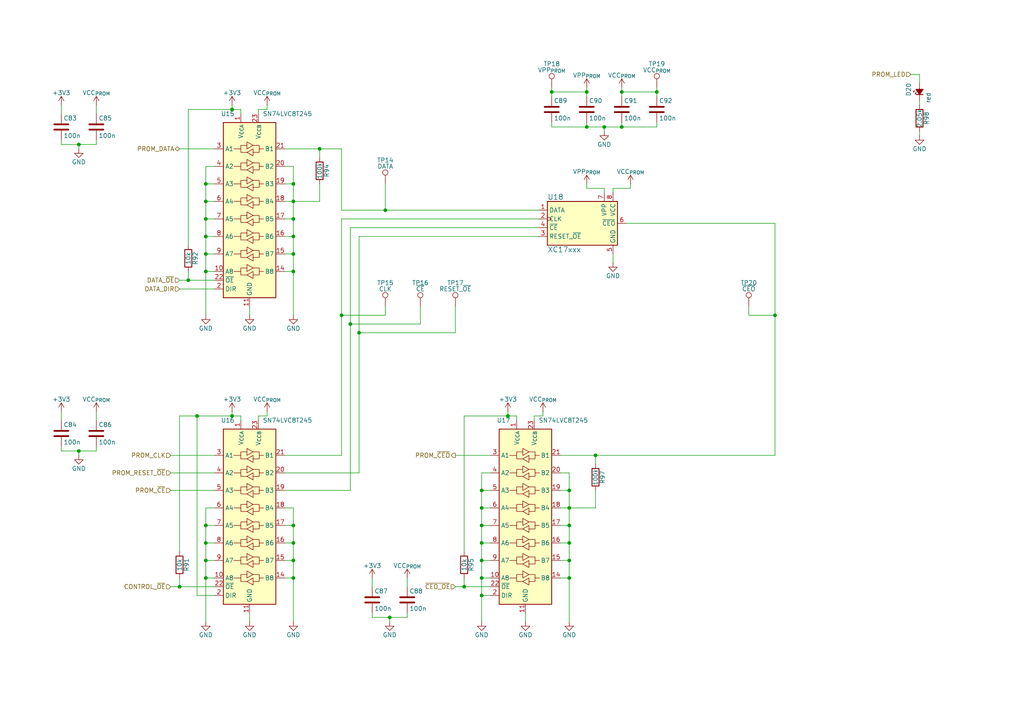
<source format=kicad_sch>
(kicad_sch (version 20231120) (generator "eeschema") (generator_version "8.0")
  (paper "A4")
  (title_block (title "XC17xxx PROM Programmer") (date "2025-01-29") (rev "3") (company "CC-BY-SA-4.0 Michael Singer") (comment 1 "https://github.com/msinger/xc17_prom_prog/") (comment 2 "http://iceboy.a-singer.de/"))
  (lib_symbols
    (symbol "Connector:TestPoint" (pin_numbers hide) (pin_names (offset 0.762) hide)
      (property "Reference" "TP" (at 0 6.858 0))
      (property "Value" "TestPoint" (at 0 5.08 0))
      (symbol "TestPoint_1_1"
        (pin passive line (at 0 0 90) (length 2.54) (name "1") (number "1"))
      )
    )
    (symbol "Device:C" (pin_numbers hide) (pin_names (offset 0.254))
      (property "Reference" "C" (at 0.635 2.54 0))
      (property "Value" "C" (at 0.635 -2.54 0))
      (symbol "C_1_1"
        (pin passive line (at 0 3.81 270) (length 2.794) (name "~") (number "1"))
        (pin passive line (at 0 -3.81 90) (length 2.794) (name "~") (number "2"))
      )
    )
    (symbol "Device:LED_Small_Filled" (pin_numbers hide) (pin_names (offset 0.254) hide)
      (property "Reference" "D" (at -1.27 3.175 0))
      (property "Value" "LED_Small_Filled" (at -4.445 -2.54 0))
      (symbol "LED_Small_Filled_1_1"
        (pin passive line (at -2.54 0 0) (length 1.778) (name "K") (number "1"))
        (pin passive line (at 2.54 0 180) (length 1.778) (name "A") (number "2"))
      )
    )
    (symbol "Device:R" (pin_numbers hide) (pin_names (offset 0))
      (property "Reference" "R" (at 2.032 0 90))
      (property "Value" "R" (at 0 0 90))
      (symbol "R_1_1"
        (pin passive line (at 0 3.81 270) (length 1.27) (name "~") (number "1"))
        (pin passive line (at 0 -3.81 90) (length 1.27) (name "~") (number "2"))
      )
    )
    (symbol "Logic_LevelTranslator:SN74LVC8T245"
      (property "Reference" "U15" (at -6.35 27.94 0))
      (property "Value" "SN74LVC8T245" (at 3.81 27.94 0))
      (symbol "SN74LVC8T245_1_1"
        (pin power_in line (at -2.54 27.94 270) (length 2.54) (name "V_{CCA}") (number "1"))
        (pin passive line (at -10.16 -17.78 0) (length 2.54) (name "A8") (number "10"))
        (pin power_in line (at 0 -27.94 90) (length 2.54) (name "GND") (number "11"))
        (pin passive line (at 0 -27.94 90) (length 2.54) hide (name "GND") (number "12"))
        (pin passive line (at 0 -27.94 90) (length 2.54) hide (name "GND") (number "13"))
        (pin passive line (at 10.16 -17.78 180) (length 2.54) (name "B8") (number "14"))
        (pin passive line (at 10.16 -12.7 180) (length 2.54) (name "B7") (number "15"))
        (pin passive line (at 10.16 -7.62 180) (length 2.54) (name "B6") (number "16"))
        (pin passive line (at 10.16 -2.54 180) (length 2.54) (name "B5") (number "17"))
        (pin passive line (at 10.16 2.54 180) (length 2.54) (name "B4") (number "18"))
        (pin passive line (at 10.16 7.62 180) (length 2.54) (name "B3") (number "19"))
        (pin input line (at -10.16 -22.86 0) (length 2.54) (name "DIR") (number "2"))
        (pin passive line (at 10.16 12.7 180) (length 2.54) (name "B2") (number "20"))
        (pin bidirectional line (at 10.16 17.78 180) (length 2.54) (name "B1") (number "21"))
        (pin input line (at -10.16 -20.32 0) (length 2.54) (name "~{OE}") (number "22"))
        (pin power_in line (at 2.54 27.94 270) (length 2.54) (name "V_{CCB}") (number "23"))
        (pin passive line (at 2.54 27.94 270) (length 2.54) hide (name "V_{CCB}") (number "24"))
        (pin bidirectional line (at -10.16 17.78 0) (length 2.54) (name "A1") (number "3"))
        (pin passive line (at -10.16 12.7 0) (length 2.54) (name "A2") (number "4"))
        (pin passive line (at -10.16 7.62 0) (length 2.54) (name "A3") (number "5"))
        (pin passive line (at -10.16 2.54 0) (length 2.54) (name "A4") (number "6"))
        (pin passive line (at -10.16 -2.54 0) (length 2.54) (name "A5") (number "7"))
        (pin passive line (at -10.16 -7.62 0) (length 2.54) (name "A6") (number "8"))
        (pin passive line (at -10.16 -12.7 0) (length 2.54) (name "A7") (number "9"))
      )
    )
    (symbol "Memory_ROM_XC17S00:XC17S00-DIP"
      (property "Reference" "U" (at -10.16 7.62 0))
      (property "Value" "XC17S00-DIP" (at -10.16 -7.62 0))
      (symbol "XC17S00-DIP_1_1"
        (pin bidirectional line (at -12.7 3.81 0) (length 2.54) (name "DATA") (number "1"))
        (pin input clock (at -12.7 1.27 0) (length 2.54) (name "CLK") (number "2"))
        (pin input line (at -12.7 -3.81 0) (length 2.54) (name "RESET_~{OE}") (number "3"))
        (pin input line (at -12.7 -1.27 0) (length 2.54) (name "~{CE}") (number "4"))
        (pin power_in line (at 8.89 -8.89 90) (length 2.54) (name "GND") (number "5"))
        (pin output line (at 12.7 0 180) (length 2.54) (name "~{CEO}") (number "6"))
        (pin power_in line (at 6.35 8.89 270) (length 2.54) (name "VPP") (number "7"))
        (pin power_in line (at 8.89 8.89 270) (length 2.54) (name "VCC") (number "8"))
      )
    )
    (symbol "SN74LVC8T245_1"
      (property "Reference" "U13" (at -6.35 27.94 0))
      (property "Value" "SN74LVC8T245" (at 3.81 27.94 0))
      (symbol "SN74LVC8T245_1_1_1"
        (pin power_in line (at -2.54 27.94 270) (length 2.54) (name "V_{CCA}") (number "1"))
        (pin passive line (at -10.16 -17.78 0) (length 2.54) (name "A8") (number "10"))
        (pin power_in line (at 0 -27.94 90) (length 2.54) (name "GND") (number "11"))
        (pin passive line (at 0 -27.94 90) (length 2.54) hide (name "GND") (number "12"))
        (pin passive line (at 0 -27.94 90) (length 2.54) hide (name "GND") (number "13"))
        (pin passive line (at 10.16 -17.78 180) (length 2.54) (name "B8") (number "14"))
        (pin passive line (at 10.16 -12.7 180) (length 2.54) (name "B7") (number "15"))
        (pin passive line (at 10.16 -7.62 180) (length 2.54) (name "B6") (number "16"))
        (pin passive line (at 10.16 -2.54 180) (length 2.54) (name "B5") (number "17"))
        (pin passive line (at 10.16 2.54 180) (length 2.54) (name "B4") (number "18"))
        (pin passive line (at 10.16 7.62 180) (length 2.54) (name "B3") (number "19"))
        (pin input line (at -10.16 -22.86 0) (length 2.54) (name "DIR") (number "2"))
        (pin passive line (at 10.16 12.7 180) (length 2.54) (name "B2") (number "20"))
        (pin bidirectional line (at 10.16 17.78 180) (length 2.54) (name "B1") (number "21"))
        (pin input line (at -10.16 -20.32 0) (length 2.54) (name "~{OE}") (number "22"))
        (pin power_in line (at 2.54 27.94 270) (length 2.54) (name "V_{CCB}") (number "23"))
        (pin passive line (at 2.54 27.94 270) (length 2.54) hide (name "V_{CCB}") (number "24"))
        (pin bidirectional line (at -10.16 17.78 0) (length 2.54) (name "A1") (number "3"))
        (pin passive line (at -10.16 12.7 0) (length 2.54) (name "A2") (number "4"))
        (pin passive line (at -10.16 7.62 0) (length 2.54) (name "A3") (number "5"))
        (pin passive line (at -10.16 2.54 0) (length 2.54) (name "A4") (number "6"))
        (pin passive line (at -10.16 -2.54 0) (length 2.54) (name "A5") (number "7"))
        (pin passive line (at -10.16 -7.62 0) (length 2.54) (name "A6") (number "8"))
        (pin passive line (at -10.16 -12.7 0) (length 2.54) (name "A7") (number "9"))
      )
    )
    (symbol "SN74LVC8T245_2"
      (property "Reference" "U14" (at -6.35 27.94 0))
      (property "Value" "SN74LVC8T245" (at 3.81 27.94 0))
      (symbol "SN74LVC8T245_2_1_1"
        (pin power_in line (at -2.54 27.94 270) (length 2.54) (name "V_{CCA}") (number "1"))
        (pin passive line (at -10.16 -17.78 0) (length 2.54) (name "A8") (number "10"))
        (pin power_in line (at 0 -27.94 90) (length 2.54) (name "GND") (number "11"))
        (pin passive line (at 0 -27.94 90) (length 2.54) hide (name "GND") (number "12"))
        (pin passive line (at 0 -27.94 90) (length 2.54) hide (name "GND") (number "13"))
        (pin passive line (at 10.16 -17.78 180) (length 2.54) (name "B8") (number "14"))
        (pin passive line (at 10.16 -12.7 180) (length 2.54) (name "B7") (number "15"))
        (pin passive line (at 10.16 -7.62 180) (length 2.54) (name "B6") (number "16"))
        (pin passive line (at 10.16 -2.54 180) (length 2.54) (name "B5") (number "17"))
        (pin passive line (at 10.16 2.54 180) (length 2.54) (name "B4") (number "18"))
        (pin bidirectional line (at 10.16 7.62 180) (length 2.54) (name "B3") (number "19"))
        (pin input line (at -10.16 -22.86 0) (length 2.54) (name "DIR") (number "2"))
        (pin bidirectional line (at 10.16 12.7 180) (length 2.54) (name "B2") (number "20"))
        (pin bidirectional line (at 10.16 17.78 180) (length 2.54) (name "B1") (number "21"))
        (pin input line (at -10.16 -20.32 0) (length 2.54) (name "~{OE}") (number "22"))
        (pin power_in line (at 2.54 27.94 270) (length 2.54) (name "V_{CCB}") (number "23"))
        (pin passive line (at 2.54 27.94 270) (length 2.54) hide (name "V_{CCB}") (number "24"))
        (pin bidirectional line (at -10.16 17.78 0) (length 2.54) (name "A1") (number "3"))
        (pin bidirectional line (at -10.16 12.7 0) (length 2.54) (name "A2") (number "4"))
        (pin bidirectional line (at -10.16 7.62 0) (length 2.54) (name "A3") (number "5"))
        (pin passive line (at -10.16 2.54 0) (length 2.54) (name "A4") (number "6"))
        (pin passive line (at -10.16 -2.54 0) (length 2.54) (name "A5") (number "7"))
        (pin passive line (at -10.16 -7.62 0) (length 2.54) (name "A6") (number "8"))
        (pin passive line (at -10.16 -12.7 0) (length 2.54) (name "A7") (number "9"))
      )
    )
    (symbol "power:+3V3" (power) (pin_numbers hide) (pin_names (offset 0) hide)
      (property "Value" "+3V3" (at 0 3.556 0))
      (symbol "+3V3_1_1"
        (pin power_in line (at 0 0 90) (length 0) (name "~") (number "1"))
      )
    )
    (symbol "power:GND" (power) (pin_numbers hide) (pin_names (offset 0) hide)
      (property "Value" "GND" (at 0 -3.81 0))
      (symbol "GND_1_1"
        (pin power_in line (at 0 0 270) (length 0) (name "~") (number "1"))
      )
    )
    (symbol "power:VCC" (power) (pin_numbers hide) (pin_names (offset 0) hide)
      (property "Value" "VCC" (at 0 3.556 0))
      (symbol "VCC_1_1"
        (pin power_in line (at 0 0 90) (length 0) (name "~") (number "1"))
      )
    )
  )
  (junction (at 113.03 179.07))
  (junction (at 139.7 142.24))
  (junction (at 170.18 36.83))
  (junction (at 85.09 167.64))
  (junction (at 57.15 120.65))
  (junction (at 224.79 91.44))
  (junction (at 165.1 147.32))
  (junction (at 165.1 157.48))
  (junction (at 101.6 93.98))
  (junction (at 59.69 167.64))
  (junction (at 165.1 152.4))
  (junction (at 139.7 152.4))
  (junction (at 59.69 68.58))
  (junction (at 67.31 120.65))
  (junction (at 85.09 63.5))
  (junction (at 134.62 170.18))
  (junction (at 99.06 91.44))
  (junction (at 85.09 152.4))
  (junction (at 59.69 58.42))
  (junction (at 165.1 167.64))
  (junction (at 139.7 167.64))
  (junction (at 85.09 162.56))
  (junction (at 111.76 60.96))
  (junction (at 165.1 162.56))
  (junction (at 59.69 162.56))
  (junction (at 104.14 96.52))
  (junction (at 170.18 26.67))
  (junction (at 85.09 78.74))
  (junction (at 165.1 142.24))
  (junction (at 22.86 41.91))
  (junction (at 85.09 73.66))
  (junction (at 85.09 58.42))
  (junction (at 92.71 43.18))
  (junction (at 52.07 170.18))
  (junction (at 59.69 78.74))
  (junction (at 139.7 147.32))
  (junction (at 160.02 26.67))
  (junction (at 67.31 31.75))
  (junction (at 85.09 157.48))
  (junction (at 85.09 68.58))
  (junction (at 147.32 120.65))
  (junction (at 22.86 130.81))
  (junction (at 85.09 53.34))
  (junction (at 59.69 63.5))
  (junction (at 139.7 172.72))
  (junction (at 59.69 157.48))
  (junction (at 139.7 157.48))
  (junction (at 139.7 162.56))
  (junction (at 59.69 152.4))
  (junction (at 175.26 36.83))
  (junction (at 180.34 36.83))
  (junction (at 172.72 132.08))
  (junction (at 190.5 26.67))
  (junction (at 180.34 26.67))
  (junction (at 54.61 81.28))
  (junction (at 59.69 53.34))
  (junction (at 59.69 73.66))
  (wire (pts (xy 59.69 58.42) (xy 59.69 63.5)))
  (wire (pts (xy 165.1 137.16) (xy 165.1 142.24)))
  (wire (pts (xy 160.02 25.4) (xy 160.02 26.67)))
  (wire (pts (xy 82.55 73.66) (xy 85.09 73.66)))
  (wire (pts (xy 172.72 132.08) (xy 172.72 134.62)))
  (wire (pts (xy 162.56 167.64) (xy 165.1 167.64)))
  (wire (pts (xy 52.07 83.82) (xy 62.23 83.82)))
  (wire (pts (xy 180.34 25.4) (xy 180.34 26.67)))
  (wire (pts (xy 77.47 120.65) (xy 74.93 120.65)))
  (wire (pts (xy 142.24 137.16) (xy 139.7 137.16)))
  (wire (pts (xy 17.78 119.38) (xy 17.78 121.92)))
  (wire (pts (xy 85.09 91.44) (xy 85.09 78.74)))
  (wire (pts (xy 59.69 78.74) (xy 59.69 91.44)))
  (wire (pts (xy 52.07 43.18) (xy 62.23 43.18)))
  (wire (pts (xy 85.09 147.32) (xy 82.55 147.32)))
  (wire (pts (xy 92.71 45.72) (xy 92.71 43.18)))
  (wire (pts (xy 111.76 88.9) (xy 111.76 91.44)))
  (wire (pts (xy 132.08 170.18) (xy 134.62 170.18)))
  (wire (pts (xy 99.06 91.44) (xy 99.06 132.08)))
  (wire (pts (xy 147.32 120.65) (xy 149.86 120.65)))
  (wire (pts (xy 59.69 162.56) (xy 62.23 162.56)))
  (wire (pts (xy 190.5 26.67) (xy 180.34 26.67)))
  (wire (pts (xy 52.07 120.65) (xy 57.15 120.65)))
  (wire (pts (xy 139.7 167.64) (xy 139.7 172.72)))
  (wire (pts (xy 170.18 54.61) (xy 175.26 54.61)))
  (wire (pts (xy 62.23 53.34) (xy 59.69 53.34)))
  (wire (pts (xy 157.48 119.38) (xy 157.48 120.65)))
  (wire (pts (xy 57.15 120.65) (xy 67.31 120.65)))
  (wire (pts (xy 182.88 54.61) (xy 182.88 53.34)))
  (wire (pts (xy 85.09 58.42) (xy 82.55 58.42)))
  (wire (pts (xy 107.95 179.07) (xy 113.03 179.07)))
  (wire (pts (xy 121.92 93.98) (xy 101.6 93.98)))
  (wire (pts (xy 175.26 36.83) (xy 180.34 36.83)))
  (wire (pts (xy 92.71 58.42) (xy 85.09 58.42)))
  (wire (pts (xy 49.53 132.08) (xy 62.23 132.08)))
  (wire (pts (xy 59.69 167.64) (xy 59.69 180.34)))
  (wire (pts (xy 99.06 63.5) (xy 99.06 91.44)))
  (wire (pts (xy 82.55 53.34) (xy 85.09 53.34)))
  (wire (pts (xy 224.79 91.44) (xy 224.79 132.08)))
  (wire (pts (xy 170.18 53.34) (xy 170.18 54.61)))
  (wire (pts (xy 74.93 31.75) (xy 74.93 33.02)))
  (wire (pts (xy 59.69 162.56) (xy 59.69 167.64)))
  (wire (pts (xy 59.69 147.32) (xy 59.69 152.4)))
  (wire (pts (xy 118.11 179.07) (xy 118.11 177.8)))
  (wire (pts (xy 181.61 64.77) (xy 224.79 64.77)))
  (wire (pts (xy 177.8 55.88) (xy 177.8 54.61)))
  (wire (pts (xy 149.86 120.65) (xy 149.86 121.92)))
  (wire (pts (xy 172.72 142.24) (xy 172.72 147.32)))
  (wire (pts (xy 165.1 167.64) (xy 165.1 162.56)))
  (wire (pts (xy 59.69 48.26) (xy 59.69 53.34)))
  (wire (pts (xy 82.55 167.64) (xy 85.09 167.64)))
  (wire (pts (xy 85.09 48.26) (xy 85.09 53.34)))
  (wire (pts (xy 165.1 152.4) (xy 165.1 147.32)))
  (wire (pts (xy 22.86 130.81) (xy 27.94 130.81)))
  (wire (pts (xy 139.7 162.56) (xy 139.7 167.64)))
  (wire (pts (xy 82.55 68.58) (xy 85.09 68.58)))
  (wire (pts (xy 134.62 120.65) (xy 134.62 160.02)))
  (wire (pts (xy 139.7 137.16) (xy 139.7 142.24)))
  (wire (pts (xy 139.7 167.64) (xy 142.24 167.64)))
  (wire (pts (xy 111.76 60.96) (xy 99.06 60.96)))
  (wire (pts (xy 162.56 152.4) (xy 165.1 152.4)))
  (wire (pts (xy 59.69 152.4) (xy 62.23 152.4)))
  (wire (pts (xy 77.47 30.48) (xy 77.47 31.75)))
  (wire (pts (xy 180.34 26.67) (xy 180.34 27.94)))
  (wire (pts (xy 139.7 142.24) (xy 139.7 147.32)))
  (wire (pts (xy 152.4 180.34) (xy 152.4 177.8)))
  (wire (pts (xy 162.56 132.08) (xy 172.72 132.08)))
  (wire (pts (xy 85.09 152.4) (xy 85.09 147.32)))
  (wire (pts (xy 266.7 39.37) (xy 266.7 38.1)))
  (wire (pts (xy 77.47 119.38) (xy 77.47 120.65)))
  (wire (pts (xy 132.08 132.08) (xy 142.24 132.08)))
  (wire (pts (xy 156.21 60.96) (xy 111.76 60.96)))
  (wire (pts (xy 118.11 167.64) (xy 118.11 170.18)))
  (wire (pts (xy 62.23 58.42) (xy 59.69 58.42)))
  (wire (pts (xy 52.07 170.18) (xy 62.23 170.18)))
  (wire (pts (xy 59.69 73.66) (xy 59.69 78.74)))
  (wire (pts (xy 162.56 142.24) (xy 165.1 142.24)))
  (wire (pts (xy 264.16 21.59) (xy 266.7 21.59)))
  (wire (pts (xy 52.07 160.02) (xy 52.07 120.65)))
  (wire (pts (xy 85.09 53.34) (xy 85.09 58.42)))
  (wire (pts (xy 134.62 170.18) (xy 142.24 170.18)))
  (wire (pts (xy 99.06 60.96) (xy 99.06 43.18)))
  (wire (pts (xy 170.18 36.83) (xy 160.02 36.83)))
  (wire (pts (xy 165.1 157.48) (xy 165.1 152.4)))
  (wire (pts (xy 62.23 48.26) (xy 59.69 48.26)))
  (wire (pts (xy 59.69 152.4) (xy 59.69 157.48)))
  (wire (pts (xy 156.21 66.04) (xy 101.6 66.04)))
  (wire (pts (xy 82.55 78.74) (xy 85.09 78.74)))
  (wire (pts (xy 17.78 130.81) (xy 22.86 130.81)))
  (wire (pts (xy 62.23 147.32) (xy 59.69 147.32)))
  (wire (pts (xy 170.18 35.56) (xy 170.18 36.83)))
  (wire (pts (xy 190.5 27.94) (xy 190.5 26.67)))
  (wire (pts (xy 147.32 119.38) (xy 147.32 120.65)))
  (wire (pts (xy 49.53 137.16) (xy 62.23 137.16)))
  (wire (pts (xy 157.48 120.65) (xy 154.94 120.65)))
  (wire (pts (xy 59.69 63.5) (xy 62.23 63.5)))
  (wire (pts (xy 92.71 53.34) (xy 92.71 58.42)))
  (wire (pts (xy 172.72 147.32) (xy 165.1 147.32)))
  (wire (pts (xy 266.7 21.59) (xy 266.7 24.13)))
  (wire (pts (xy 139.7 147.32) (xy 139.7 152.4)))
  (wire (pts (xy 139.7 162.56) (xy 142.24 162.56)))
  (wire (pts (xy 139.7 157.48) (xy 139.7 162.56)))
  (wire (pts (xy 77.47 31.75) (xy 74.93 31.75)))
  (wire (pts (xy 69.85 31.75) (xy 69.85 33.02)))
  (wire (pts (xy 59.69 73.66) (xy 62.23 73.66)))
  (wire (pts (xy 17.78 40.64) (xy 17.78 41.91)))
  (wire (pts (xy 85.09 63.5) (xy 85.09 58.42)))
  (wire (pts (xy 82.55 43.18) (xy 92.71 43.18)))
  (wire (pts (xy 49.53 142.24) (xy 62.23 142.24)))
  (wire (pts (xy 17.78 30.48) (xy 17.78 33.02)))
  (wire (pts (xy 54.61 81.28) (xy 54.61 78.74)))
  (wire (pts (xy 177.8 54.61) (xy 182.88 54.61)))
  (wire (pts (xy 59.69 78.74) (xy 62.23 78.74)))
  (wire (pts (xy 49.53 170.18) (xy 52.07 170.18)))
  (wire (pts (xy 217.17 88.9) (xy 217.17 91.44)))
  (wire (pts (xy 139.7 172.72) (xy 139.7 180.34)))
  (wire (pts (xy 121.92 88.9) (xy 121.92 93.98)))
  (wire (pts (xy 27.94 130.81) (xy 27.94 129.54)))
  (wire (pts (xy 177.8 76.2) (xy 177.8 73.66)))
  (wire (pts (xy 142.24 142.24) (xy 139.7 142.24)))
  (wire (pts (xy 54.61 81.28) (xy 62.23 81.28)))
  (wire (pts (xy 52.07 170.18) (xy 52.07 167.64)))
  (wire (pts (xy 82.55 162.56) (xy 85.09 162.56)))
  (wire (pts (xy 57.15 120.65) (xy 57.15 172.72)))
  (wire (pts (xy 160.02 27.94) (xy 160.02 26.67)))
  (wire (pts (xy 85.09 157.48) (xy 85.09 152.4)))
  (wire (pts (xy 59.69 53.34) (xy 59.69 58.42)))
  (wire (pts (xy 59.69 167.64) (xy 62.23 167.64)))
  (wire (pts (xy 224.79 132.08) (xy 172.72 132.08)))
  (wire (pts (xy 67.31 120.65) (xy 69.85 120.65)))
  (wire (pts (xy 162.56 162.56) (xy 165.1 162.56)))
  (wire (pts (xy 111.76 91.44) (xy 99.06 91.44)))
  (wire (pts (xy 165.1 162.56) (xy 165.1 157.48)))
  (wire (pts (xy 224.79 64.77) (xy 224.79 91.44)))
  (wire (pts (xy 82.55 63.5) (xy 85.09 63.5)))
  (wire (pts (xy 67.31 119.38) (xy 67.31 120.65)))
  (wire (pts (xy 85.09 78.74) (xy 85.09 73.66)))
  (wire (pts (xy 180.34 36.83) (xy 180.34 35.56)))
  (wire (pts (xy 59.69 157.48) (xy 59.69 162.56)))
  (wire (pts (xy 82.55 157.48) (xy 85.09 157.48)))
  (wire (pts (xy 59.69 63.5) (xy 59.69 68.58)))
  (wire (pts (xy 107.95 167.64) (xy 107.95 170.18)))
  (wire (pts (xy 85.09 73.66) (xy 85.09 68.58)))
  (wire (pts (xy 165.1 147.32) (xy 162.56 147.32)))
  (wire (pts (xy 59.69 157.48) (xy 62.23 157.48)))
  (wire (pts (xy 170.18 36.83) (xy 175.26 36.83)))
  (wire (pts (xy 27.94 41.91) (xy 27.94 40.64)))
  (wire (pts (xy 22.86 130.81) (xy 22.86 132.08)))
  (wire (pts (xy 190.5 25.4) (xy 190.5 26.67)))
  (wire (pts (xy 82.55 137.16) (xy 104.14 137.16)))
  (wire (pts (xy 165.1 180.34) (xy 165.1 167.64)))
  (wire (pts (xy 85.09 180.34) (xy 85.09 167.64)))
  (wire (pts (xy 111.76 53.34) (xy 111.76 60.96)))
  (wire (pts (xy 165.1 142.24) (xy 165.1 147.32)))
  (wire (pts (xy 67.31 31.75) (xy 69.85 31.75)))
  (wire (pts (xy 162.56 137.16) (xy 165.1 137.16)))
  (wire (pts (xy 154.94 120.65) (xy 154.94 121.92)))
  (wire (pts (xy 17.78 41.91) (xy 22.86 41.91)))
  (wire (pts (xy 113.03 179.07) (xy 113.03 180.34)))
  (wire (pts (xy 142.24 147.32) (xy 139.7 147.32)))
  (wire (pts (xy 113.03 179.07) (xy 118.11 179.07)))
  (wire (pts (xy 85.09 162.56) (xy 85.09 157.48)))
  (wire (pts (xy 54.61 31.75) (xy 54.61 71.12)))
  (wire (pts (xy 107.95 177.8) (xy 107.95 179.07)))
  (wire (pts (xy 266.7 29.21) (xy 266.7 30.48)))
  (wire (pts (xy 22.86 41.91) (xy 22.86 43.18)))
  (wire (pts (xy 82.55 48.26) (xy 85.09 48.26)))
  (wire (pts (xy 175.26 54.61) (xy 175.26 55.88)))
  (wire (pts (xy 132.08 96.52) (xy 104.14 96.52)))
  (wire (pts (xy 72.39 91.44) (xy 72.39 88.9)))
  (wire (pts (xy 82.55 132.08) (xy 99.06 132.08)))
  (wire (pts (xy 134.62 170.18) (xy 134.62 167.64)))
  (wire (pts (xy 170.18 26.67) (xy 170.18 27.94)))
  (wire (pts (xy 170.18 25.4) (xy 170.18 26.67)))
  (wire (pts (xy 101.6 93.98) (xy 101.6 142.24)))
  (wire (pts (xy 52.07 81.28) (xy 54.61 81.28)))
  (wire (pts (xy 160.02 26.67) (xy 170.18 26.67)))
  (wire (pts (xy 162.56 157.48) (xy 165.1 157.48)))
  (wire (pts (xy 82.55 142.24) (xy 101.6 142.24)))
  (wire (pts (xy 74.93 120.65) (xy 74.93 121.92)))
  (wire (pts (xy 59.69 68.58) (xy 59.69 73.66)))
  (wire (pts (xy 27.94 119.38) (xy 27.94 121.92)))
  (wire (pts (xy 156.21 68.58) (xy 104.14 68.58)))
  (wire (pts (xy 134.62 120.65) (xy 147.32 120.65)))
  (wire (pts (xy 139.7 152.4) (xy 139.7 157.48)))
  (wire (pts (xy 175.26 36.83) (xy 175.26 38.1)))
  (wire (pts (xy 69.85 120.65) (xy 69.85 121.92)))
  (wire (pts (xy 92.71 43.18) (xy 99.06 43.18)))
  (wire (pts (xy 59.69 68.58) (xy 62.23 68.58)))
  (wire (pts (xy 132.08 88.9) (xy 132.08 96.52)))
  (wire (pts (xy 85.09 167.64) (xy 85.09 162.56)))
  (wire (pts (xy 72.39 180.34) (xy 72.39 177.8)))
  (wire (pts (xy 67.31 30.48) (xy 67.31 31.75)))
  (wire (pts (xy 139.7 157.48) (xy 142.24 157.48)))
  (wire (pts (xy 180.34 36.83) (xy 190.5 36.83)))
  (wire (pts (xy 101.6 66.04) (xy 101.6 93.98)))
  (wire (pts (xy 85.09 68.58) (xy 85.09 63.5)))
  (wire (pts (xy 156.21 63.5) (xy 99.06 63.5)))
  (wire (pts (xy 104.14 68.58) (xy 104.14 96.52)))
  (wire (pts (xy 62.23 172.72) (xy 57.15 172.72)))
  (wire (pts (xy 54.61 31.75) (xy 67.31 31.75)))
  (wire (pts (xy 27.94 30.48) (xy 27.94 33.02)))
  (wire (pts (xy 190.5 36.83) (xy 190.5 35.56)))
  (wire (pts (xy 17.78 129.54) (xy 17.78 130.81)))
  (wire (pts (xy 217.17 91.44) (xy 224.79 91.44)))
  (wire (pts (xy 82.55 152.4) (xy 85.09 152.4)))
  (wire (pts (xy 139.7 152.4) (xy 142.24 152.4)))
  (wire (pts (xy 160.02 36.83) (xy 160.02 35.56)))
  (wire (pts (xy 139.7 172.72) (xy 142.24 172.72)))
  (wire (pts (xy 22.86 41.91) (xy 27.94 41.91)))
  (wire (pts (xy 104.14 96.52) (xy 104.14 137.16)))
  (hierarchical_label "DATA_~{OE}" (shape input) (at 52.07 81.28 180))
  (hierarchical_label "CONTROL_~{OE}" (shape input) (at 49.53 170.18 180))
  (hierarchical_label "PROM_RESET_~{OE}" (shape input) (at 49.53 137.16 180))
  (hierarchical_label "PROM_~{CE}" (shape input) (at 49.53 142.24 180))
  (hierarchical_label "PROM_~{CEO}" (shape output) (at 132.08 132.08 180))
  (hierarchical_label "PROM_CLK" (shape input) (at 49.53 132.08 180))
  (hierarchical_label "~{CEO_OE}" (shape input) (at 132.08 170.18 180))
  (hierarchical_label "PROM_DATA" (shape bidirectional) (at 52.07 43.18 180))
  (hierarchical_label "DATA_DIR" (shape input) (at 52.07 83.82 180))
  (hierarchical_label "PROM_LED" (shape input) (at 264.16 21.59 180))
  (symbol (lib_id "power:GND") (at 72.39 180.34 0) (unit 1)
    (property "Reference" "#PWR0144" (effects (hide yes)))
    (property "Value" "GND" (at 72.39 184.15 0))
    (property "Description" "Power symbol creates a global label with name \"GND\" , ground" (effects (hide yes)))
  )
  (symbol (lib_id "Device:C") (at 180.34 31.75 0) (unit 1)
    (property "Reference" "C91" (at 180.975 29.21 0) (effects (justify left)))
    (property "Value" "100n" (at 180.975 34.29 0) (effects (justify left)))
    (property "Footprint" "Capacitor_SMD:C_0603_1608Metric" (effects (hide yes)))
    (property "Description" "Unpolarized capacitor" (effects (hide yes)))
  )
  (symbol (lib_id "power:VCC") (at 182.88 53.34 0) (unit 1)
    (property "Reference" "#PWR0162" (effects (hide yes)))
    (property "Value" "VCC_{PROM}" (at 182.88 49.784 0))
    (property "Description" "Power symbol creates a global label with name \"VCC\"" (effects (hide yes)))
  )
  (symbol (lib_id "Memory_ROM_XC17S00:XC17S00-DIP") (at 168.91 64.77 0) (unit 1)
    (property "Reference" "U18" (at 158.75 57.15 0) (effects (font (size 1.524 1.524)) (justify left)))
    (property "Value" "XC17xxx" (at 158.75 72.39 0) (effects (font (size 1.524 1.524)) (justify left)))
    (property "Footprint" "Package_DIP:DIP-8_W7.62mm_Socket" (effects (hide yes)))
    (property "Datasheet" "https://www.xilinx.com/support/documentation/data_sheets/ds030.pdf" (effects (hide yes)))
    (property "Description" "Spartan/XL Family One-Time Programmable Configuration PROMs (XC17S00/XL)" (effects (hide yes)))
  )
  (symbol (lib_id "power:GND") (at 22.86 43.18 0) (unit 1)
    (property "Reference" "#PWR0135" (effects (hide yes)))
    (property "Value" "GND" (at 22.86 46.99 0))
    (property "Description" "Power symbol creates a global label with name \"GND\" , ground" (effects (hide yes)))
  )
  (symbol (lib_id "Connector:TestPoint") (at 111.76 53.34 0) (unit 1)
    (property "Reference" "TP14" (at 111.76 46.482 0))
    (property "Value" "DATA" (at 111.76 48.26 0))
    (property "Footprint" "TestPoint:TestPoint_Keystone_5010-5014_Multipurpose" (effects (hide yes)))
    (property "Description" "test point" (effects (hide yes)))
  )
  (symbol (lib_id "power:GND") (at 175.26 38.1 0) (unit 1)
    (property "Reference" "#PWR0159" (effects (hide yes)))
    (property "Value" "GND" (at 175.26 41.91 0))
    (property "Description" "Power symbol creates a global label with name \"GND\" , ground" (effects (hide yes)))
  )
  (symbol (lib_id "Device:C") (at 160.02 31.75 0) (unit 1)
    (property "Reference" "C89" (at 160.655 29.21 0) (effects (justify left)))
    (property "Value" "100n" (at 160.655 34.29 0) (effects (justify left)))
    (property "Footprint" "Capacitor_SMD:C_0603_1608Metric" (effects (hide yes)))
    (property "Description" "Unpolarized capacitor" (effects (hide yes)))
  )
  (symbol (lib_id "power:GND") (at 152.4 180.34 0) (unit 1)
    (property "Reference" "#PWR0154" (effects (hide yes)))
    (property "Value" "GND" (at 152.4 184.15 0))
    (property "Description" "Power symbol creates a global label with name \"GND\" , ground" (effects (hide yes)))
  )
  (symbol (lib_id "power:VCC") (at 77.47 30.48 0) (unit 1)
    (property "Reference" "#PWR0145" (effects (hide yes)))
    (property "Value" "VCC_{PROM}" (at 77.47 26.924 0))
    (property "Description" "Power symbol creates a global label with name \"VCC\"" (effects (hide yes)))
  )
  (symbol (lib_id "Device:R") (at 52.07 163.83 0) (unit 1)
    (property "Reference" "R91" (at 54.102 163.83 90))
    (property "Value" "10k" (at 52.07 163.83 90))
    (property "Footprint" "Resistor_SMD:R_0603_1608Metric" (effects (hide yes)))
    (property "Description" "Resistor" (effects (hide yes)))
  )
  (symbol (lib_id "power:+3V3") (at 147.32 119.38 0) (unit 1)
    (property "Reference" "#PWR0153" (effects (hide yes)))
    (property "Value" "+3V3" (at 147.32 115.824 0))
    (property "Description" "Power symbol creates a global label with name \"+3V3\"" (effects (hide yes)))
  )
  (symbol (lib_id "power:GND") (at 139.7 180.34 0) (unit 1)
    (property "Reference" "#PWR0152" (effects (hide yes)))
    (property "Value" "GND" (at 139.7 184.15 0))
    (property "Description" "Power symbol creates a global label with name \"GND\" , ground" (effects (hide yes)))
  )
  (symbol (lib_id "power:VCC") (at 77.47 119.38 0) (unit 1)
    (property "Reference" "#PWR0146" (effects (hide yes)))
    (property "Value" "VCC_{PROM}" (at 77.47 115.824 0))
    (property "Description" "Power symbol creates a global label with name \"VCC\"" (effects (hide yes)))
  )
  (symbol (lib_id "Logic_LevelTranslator:SN74LVC8T245") (at 152.4 149.86 0) (unit 1)
    (property "Reference" "U17" (at 146.05 121.92 0))
    (property "Value" "SN74LVC8T245" (at 156.21 121.92 0) (effects (justify left)))
    (property "Footprint" "Package_SO:TSSOP-24_4.4x7.8mm_P0.65mm" (effects (hide yes)))
    (property "Datasheet" "https://www.ti.com/lit/ds/symlink/sn74lvc8t245.pdf" (effects (hide yes)))
    (property "Description" "8-Bit Dual-Supply Bus Transceiver With Configurable Voltage Translation and 3-State Outputs" (effects (hide yes)))
  )
  (symbol (lib_id "power:+3V3") (at 107.95 167.64 0) (unit 1)
    (property "Reference" "#PWR0149" (effects (hide yes)))
    (property "Value" "+3V3" (at 107.95 164.084 0))
    (property "Description" "Power symbol creates a global label with name \"+3V3\"" (effects (hide yes)))
  )
  (symbol (lib_id "Device:C") (at 170.18 31.75 0) (unit 1)
    (property "Reference" "C90" (at 170.815 29.21 0) (effects (justify left)))
    (property "Value" "100n" (at 170.815 34.29 0) (effects (justify left)))
    (property "Footprint" "Capacitor_SMD:C_0603_1608Metric" (effects (hide yes)))
    (property "Description" "Unpolarized capacitor" (effects (hide yes)))
  )
  (symbol (lib_id "power:VCC") (at 118.11 167.64 0) (unit 1)
    (property "Reference" "#PWR0151" (effects (hide yes)))
    (property "Value" "VCC_{PROM}" (at 118.11 164.084 0))
    (property "Description" "Power symbol creates a global label with name \"VCC\"" (effects (hide yes)))
  )
  (symbol (lib_name "SN74LVC8T245_1") (lib_id "Logic_LevelTranslator:SN74LVC8T245") (at 72.39 60.96 0) (unit 1)
    (property "Reference" "U15" (at 66.04 33.02 0))
    (property "Value" "SN74LVC8T245" (at 76.2 33.02 0) (effects (justify left)))
    (property "Footprint" "Package_SO:TSSOP-24_4.4x7.8mm_P0.65mm" (effects (hide yes)))
    (property "Datasheet" "https://www.ti.com/lit/ds/symlink/sn74lvc8t245.pdf" (effects (hide yes)))
    (property "Description" "8-Bit Dual-Supply Bus Transceiver With Configurable Voltage Translation and 3-State Outputs" (effects (hide yes)))
  )
  (symbol (lib_id "Device:R") (at 92.71 49.53 0) (unit 1)
    (property "Reference" "R94" (at 94.742 49.53 90))
    (property "Value" "100k" (at 92.71 49.53 90))
    (property "Footprint" "Resistor_SMD:R_0603_1608Metric" (effects (hide yes)))
    (property "Description" "Resistor" (effects (hide yes)))
  )
  (symbol (lib_id "power:GND") (at 85.09 180.34 0) (unit 1)
    (property "Reference" "#PWR0148" (effects (hide yes)))
    (property "Value" "GND" (at 85.09 184.15 0))
    (property "Description" "Power symbol creates a global label with name \"GND\" , ground" (effects (hide yes)))
  )
  (symbol (lib_id "power:GND") (at 85.09 91.44 0) (unit 1)
    (property "Reference" "#PWR0147" (effects (hide yes)))
    (property "Value" "GND" (at 85.09 95.25 0))
    (property "Description" "Power symbol creates a global label with name \"GND\" , ground" (effects (hide yes)))
  )
  (symbol (lib_id "Device:R") (at 134.62 163.83 0) (unit 1)
    (property "Reference" "R95" (at 136.652 163.83 90))
    (property "Value" "10k" (at 134.62 163.83 90))
    (property "Footprint" "Resistor_SMD:R_0603_1608Metric" (effects (hide yes)))
    (property "Description" "Resistor" (effects (hide yes)))
  )
  (symbol (lib_id "Device:R") (at 172.72 138.43 0) (unit 1)
    (property "Reference" "R97" (at 174.752 138.43 90))
    (property "Value" "100k" (at 172.72 138.43 90))
    (property "Footprint" "Resistor_SMD:R_0603_1608Metric" (effects (hide yes)))
    (property "Description" "Resistor" (effects (hide yes)))
  )
  (symbol (lib_id "Device:C") (at 190.5 31.75 0) (unit 1)
    (property "Reference" "C92" (at 191.135 29.21 0) (effects (justify left)))
    (property "Value" "100n" (at 191.135 34.29 0) (effects (justify left)))
    (property "Footprint" "Capacitor_SMD:C_0603_1608Metric" (effects (hide yes)))
    (property "Description" "Unpolarized capacitor" (effects (hide yes)))
  )
  (symbol (lib_id "power:GND") (at 72.39 91.44 0) (unit 1)
    (property "Reference" "#PWR0143" (effects (hide yes)))
    (property "Value" "GND" (at 72.39 95.25 0))
    (property "Description" "Power symbol creates a global label with name \"GND\" , ground" (effects (hide yes)))
  )
  (symbol (lib_id "power:VCC") (at 157.48 119.38 0) (unit 1)
    (property "Reference" "#PWR0155" (effects (hide yes)))
    (property "Value" "VCC_{PROM}" (at 157.48 115.824 0))
    (property "Description" "Power symbol creates a global label with name \"VCC\"" (effects (hide yes)))
  )
  (symbol (lib_id "power:VCC") (at 170.18 53.34 0) (unit 1)
    (property "Reference" "#PWR0158" (effects (hide yes)))
    (property "Value" "VPP_{PROM}" (at 170.18 49.784 0))
    (property "Description" "Power symbol creates a global label with name \"VCC\"" (effects (hide yes)))
  )
  (symbol (lib_id "Device:C") (at 118.11 173.99 0) (unit 1)
    (property "Reference" "C88" (at 118.745 171.45 0) (effects (justify left)))
    (property "Value" "100n" (at 118.745 176.53 0) (effects (justify left)))
    (property "Footprint" "Capacitor_SMD:C_0603_1608Metric" (effects (hide yes)))
    (property "Description" "Unpolarized capacitor" (effects (hide yes)))
  )
  (symbol (lib_id "power:GND") (at 177.8 76.2 0) (unit 1)
    (property "Reference" "#PWR0160" (effects (hide yes)))
    (property "Value" "GND" (at 177.8 80.01 0))
    (property "Description" "Power symbol creates a global label with name \"GND\" , ground" (effects (hide yes)))
  )
  (symbol (lib_id "Device:C") (at 17.78 125.73 0) (unit 1)
    (property "Reference" "C84" (at 18.415 123.19 0) (effects (justify left)))
    (property "Value" "100n" (at 18.415 128.27 0) (effects (justify left)))
    (property "Footprint" "Capacitor_SMD:C_0603_1608Metric" (effects (hide yes)))
    (property "Description" "Unpolarized capacitor" (effects (hide yes)))
  )
  (symbol (lib_id "Device:R") (at 266.7 34.29 0) (unit 1)
    (property "Reference" "R98" (at 268.732 34.29 90))
    (property "Value" "2.05k" (at 266.7 34.29 90))
    (property "Footprint" "Resistor_SMD:R_0603_1608Metric" (effects (hide yes)))
    (property "Description" "Resistor" (effects (hide yes)))
  )
  (symbol (lib_id "power:VCC") (at 170.18 25.4 0) (unit 1)
    (property "Reference" "#PWR0157" (effects (hide yes)))
    (property "Value" "VPP_{PROM}" (at 170.18 21.844 0))
    (property "Description" "Power symbol creates a global label with name \"VCC\"" (effects (hide yes)))
  )
  (symbol (lib_id "power:GND") (at 59.69 91.44 0) (unit 1)
    (property "Reference" "#PWR0139" (effects (hide yes)))
    (property "Value" "GND" (at 59.69 95.25 0))
    (property "Description" "Power symbol creates a global label with name \"GND\" , ground" (effects (hide yes)))
  )
  (symbol (lib_id "Device:C") (at 27.94 36.83 0) (unit 1)
    (property "Reference" "C85" (at 28.575 34.29 0) (effects (justify left)))
    (property "Value" "100n" (at 28.575 39.37 0) (effects (justify left)))
    (property "Footprint" "Capacitor_SMD:C_0603_1608Metric" (effects (hide yes)))
    (property "Description" "Unpolarized capacitor" (effects (hide yes)))
  )
  (symbol (lib_id "power:+3V3") (at 17.78 30.48 0) (unit 1)
    (property "Reference" "#PWR0133" (effects (hide yes)))
    (property "Value" "+3V3" (at 17.78 26.924 0))
    (property "Description" "Power symbol creates a global label with name \"+3V3\"" (effects (hide yes)))
  )
  (symbol (lib_id "power:VCC") (at 27.94 30.48 0) (unit 1)
    (property "Reference" "#PWR0137" (effects (hide yes)))
    (property "Value" "VCC_{PROM}" (at 27.94 26.924 0))
    (property "Description" "Power symbol creates a global label with name \"VCC\"" (effects (hide yes)))
  )
  (symbol (lib_id "Connector:TestPoint") (at 121.92 88.9 0) (unit 1)
    (property "Reference" "TP16" (at 121.92 82.042 0))
    (property "Value" "~{CE}" (at 121.92 83.82 0))
    (property "Footprint" "TestPoint:TestPoint_Keystone_5010-5014_Multipurpose" (effects (hide yes)))
    (property "Description" "test point" (effects (hide yes)))
  )
  (symbol (lib_id "Connector:TestPoint") (at 217.17 88.9 0) (unit 1)
    (property "Reference" "TP20" (at 217.17 82.042 0))
    (property "Value" "~{CEO}" (at 217.17 83.82 0))
    (property "Footprint" "TestPoint:TestPoint_Keystone_5010-5014_Multipurpose" (effects (hide yes)))
    (property "Description" "test point" (effects (hide yes)))
  )
  (symbol (lib_id "power:VCC") (at 27.94 119.38 0) (unit 1)
    (property "Reference" "#PWR0138" (effects (hide yes)))
    (property "Value" "VCC_{PROM}" (at 27.94 115.824 0))
    (property "Description" "Power symbol creates a global label with name \"VCC\"" (effects (hide yes)))
  )
  (symbol (lib_name "SN74LVC8T245_2") (lib_id "Logic_LevelTranslator:SN74LVC8T245") (at 72.39 149.86 0) (unit 1)
    (property "Reference" "U16" (at 66.04 121.92 0))
    (property "Value" "SN74LVC8T245" (at 76.2 121.92 0) (effects (justify left)))
    (property "Footprint" "Package_SO:TSSOP-24_4.4x7.8mm_P0.65mm" (effects (hide yes)))
    (property "Datasheet" "https://www.ti.com/lit/ds/symlink/sn74lvc8t245.pdf" (effects (hide yes)))
    (property "Description" "8-Bit Dual-Supply Bus Transceiver With Configurable Voltage Translation and 3-State Outputs" (effects (hide yes)))
  )
  (symbol (lib_id "Connector:TestPoint") (at 190.5 25.4 0) (unit 1)
    (property "Reference" "TP19" (at 190.5 18.542 0))
    (property "Value" "VCC_{PROM}" (at 190.5 20.32 0))
    (property "Footprint" "TestPoint:TestPoint_Keystone_5010-5014_Multipurpose" (effects (hide yes)))
    (property "Description" "test point" (effects (hide yes)))
  )
  (symbol (lib_id "power:GND") (at 165.1 180.34 0) (unit 1)
    (property "Reference" "#PWR0156" (effects (hide yes)))
    (property "Value" "GND" (at 165.1 184.15 0))
    (property "Description" "Power symbol creates a global label with name \"GND\" , ground" (effects (hide yes)))
  )
  (symbol (lib_id "Connector:TestPoint") (at 132.08 88.9 0) (unit 1)
    (property "Reference" "TP17" (at 132.08 82.042 0))
    (property "Value" "RESET_~{OE}" (at 132.08 83.82 0))
    (property "Footprint" "TestPoint:TestPoint_Keystone_5010-5014_Multipurpose" (effects (hide yes)))
    (property "Description" "test point" (effects (hide yes)))
  )
  (symbol (lib_id "Device:C") (at 107.95 173.99 0) (unit 1)
    (property "Reference" "C87" (at 108.585 171.45 0) (effects (justify left)))
    (property "Value" "100n" (at 108.585 176.53 0) (effects (justify left)))
    (property "Footprint" "Capacitor_SMD:C_0603_1608Metric" (effects (hide yes)))
    (property "Description" "Unpolarized capacitor" (effects (hide yes)))
  )
  (symbol (lib_id "Device:C") (at 27.94 125.73 0) (unit 1)
    (property "Reference" "C86" (at 28.575 123.19 0) (effects (justify left)))
    (property "Value" "100n" (at 28.575 128.27 0) (effects (justify left)))
    (property "Footprint" "Capacitor_SMD:C_0603_1608Metric" (effects (hide yes)))
    (property "Description" "Unpolarized capacitor" (effects (hide yes)))
  )
  (symbol (lib_id "power:GND") (at 113.03 180.34 0) (unit 1)
    (property "Reference" "#PWR0150" (effects (hide yes)))
    (property "Value" "GND" (at 113.03 184.15 0))
    (property "Description" "Power symbol creates a global label with name \"GND\" , ground" (effects (hide yes)))
  )
  (symbol (lib_id "Device:R") (at 54.61 74.93 0) (unit 1)
    (property "Reference" "R92" (at 56.642 74.93 90))
    (property "Value" "10k" (at 54.61 74.93 90))
    (property "Footprint" "Resistor_SMD:R_0603_1608Metric" (effects (hide yes)))
    (property "Description" "Resistor" (effects (hide yes)))
  )
  (symbol (lib_id "power:VCC") (at 180.34 25.4 0) (unit 1)
    (property "Reference" "#PWR0161" (effects (hide yes)))
    (property "Value" "VCC_{PROM}" (at 180.34 21.844 0))
    (property "Description" "Power symbol creates a global label with name \"VCC\"" (effects (hide yes)))
  )
  (symbol (lib_id "power:GND") (at 266.7 39.37 0) (unit 1)
    (property "Reference" "#PWR0163" (effects (hide yes)))
    (property "Value" "GND" (at 266.7 43.18 0))
    (property "Description" "Power symbol creates a global label with name \"GND\" , ground" (effects (hide yes)))
  )
  (symbol (lib_id "power:+3V3") (at 67.31 30.48 0) (unit 1)
    (property "Reference" "#PWR0141" (effects (hide yes)))
    (property "Value" "+3V3" (at 67.31 26.924 0))
    (property "Description" "Power symbol creates a global label with name \"+3V3\"" (effects (hide yes)))
  )
  (symbol (lib_id "power:GND") (at 59.69 180.34 0) (unit 1)
    (property "Reference" "#PWR0140" (effects (hide yes)))
    (property "Value" "GND" (at 59.69 184.15 0))
    (property "Description" "Power symbol creates a global label with name \"GND\" , ground" (effects (hide yes)))
  )
  (symbol (lib_id "Device:LED_Small_Filled") (at 266.7 26.67 90) (unit 1)
    (property "Reference" "D20" (at 263.525 27.94 0) (effects (justify left)))
    (property "Value" "red" (at 269.24 29.972 0) (effects (justify left)))
    (property "Footprint" "LED_SMD:LED_0805_2012Metric" (effects (hide yes)))
    (property "Description" "Light emitting diode, small symbol, filled shape" (effects (hide yes)))
  )
  (symbol (lib_id "Connector:TestPoint") (at 111.76 88.9 0) (unit 1)
    (property "Reference" "TP15" (at 111.76 82.042 0))
    (property "Value" "CLK" (at 111.76 83.82 0))
    (property "Footprint" "TestPoint:TestPoint_Keystone_5010-5014_Multipurpose" (effects (hide yes)))
    (property "Description" "test point" (effects (hide yes)))
  )
  (symbol (lib_id "power:GND") (at 22.86 132.08 0) (unit 1)
    (property "Reference" "#PWR0136" (effects (hide yes)))
    (property "Value" "GND" (at 22.86 135.89 0))
    (property "Description" "Power symbol creates a global label with name \"GND\" , ground" (effects (hide yes)))
  )
  (symbol (lib_id "power:+3V3") (at 67.31 119.38 0) (unit 1)
    (property "Reference" "#PWR0142" (effects (hide yes)))
    (property "Value" "+3V3" (at 67.31 115.824 0))
    (property "Description" "Power symbol creates a global label with name \"+3V3\"" (effects (hide yes)))
  )
  (symbol (lib_id "Device:C") (at 17.78 36.83 0) (unit 1)
    (property "Reference" "C83" (at 18.415 34.29 0) (effects (justify left)))
    (property "Value" "100n" (at 18.415 39.37 0) (effects (justify left)))
    (property "Footprint" "Capacitor_SMD:C_0603_1608Metric" (effects (hide yes)))
    (property "Description" "Unpolarized capacitor" (effects (hide yes)))
  )
  (symbol (lib_id "Connector:TestPoint") (at 160.02 25.4 0) (unit 1)
    (property "Reference" "TP18" (at 160.02 18.542 0))
    (property "Value" "VPP_{PROM}" (at 160.02 20.32 0))
    (property "Footprint" "TestPoint:TestPoint_Keystone_5010-5014_Multipurpose" (effects (hide yes)))
    (property "Description" "test point" (effects (hide yes)))
  )
  (symbol (lib_id "power:+3V3") (at 17.78 119.38 0) (unit 1)
    (property "Reference" "#PWR0134" (effects (hide yes)))
    (property "Value" "+3V3" (at 17.78 115.824 0))
    (property "Description" "Power symbol creates a global label with name \"+3V3\"" (effects (hide yes)))
  )
)
</source>
